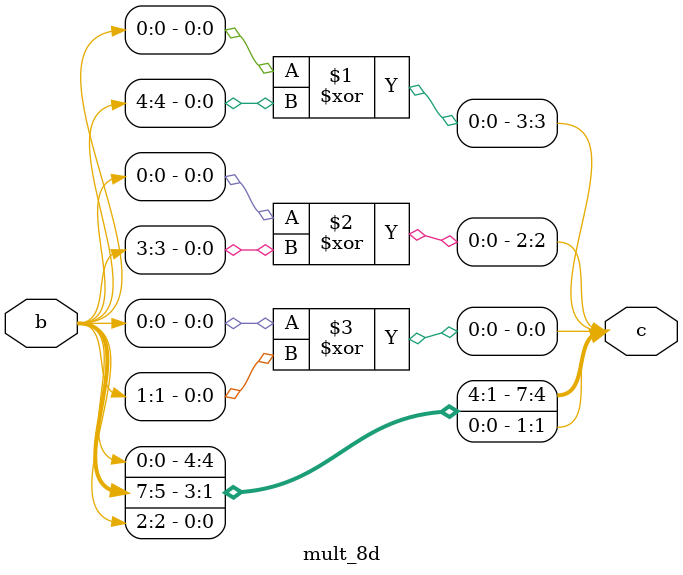
<source format=v>
`timescale 1ns / 1ps


/*module mult_8b(
   input        [      7:0]  b ,
   output wire  [      7:0]  c
    );
    
   wire t0 = b[5] ^ b[7];
   assign c[7] = b[0] ^ t0;
   assign c[6] = b[4] ^ b[5] ^ b[6];
   assign c[5] = b[3] ^ b[4];
   wire t1 = b[2] ^ b[3];
   assign c[4] = t0 ^ t1;
   wire t2 = b[2] ^ b[6];
   wire t3 = b[0] ^ b[1];
   assign c[3] = t2 ^ t3 ^ b[4];
   assign c[2] = b[1] ^ b[3] ^ b[7];
   wire t4 = b[0] ^ b[7];
   assign c[1] = t2 ^ t4;
   assign c[0] = t3 ^ b[6];
endmodule*/

module mult_8d(
   input        [      7:0]  b ,
   output wire  [      7:0]  c
    );
    
    assign c[7] = b[0];
    assign c[6] = b[7];
    assign c[5] = b[6];
    assign c[4] = b[5];
    assign c[3] = b[0] ^ b[4];
    assign c[2] = b[0] ^ b[3];
    assign c[1] = b[2];
    assign c[0] = b[0] ^ b[1];
endmodule
</source>
